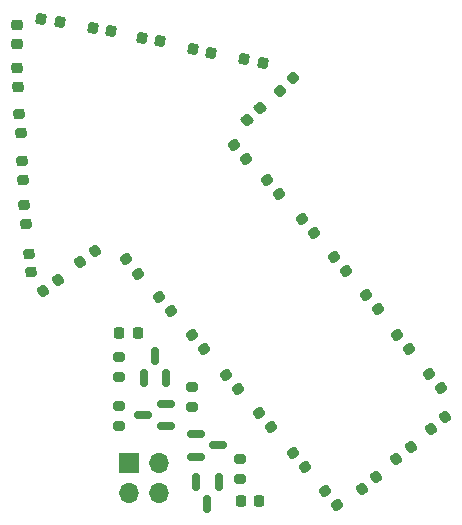
<source format=gbr>
%TF.GenerationSoftware,KiCad,Pcbnew,8.0.5*%
%TF.CreationDate,2024-10-10T15:52:27-04:00*%
%TF.ProjectId,MovieMarqueeSAO,4d6f7669-654d-4617-9271-75656553414f,rev?*%
%TF.SameCoordinates,Original*%
%TF.FileFunction,Soldermask,Top*%
%TF.FilePolarity,Negative*%
%FSLAX46Y46*%
G04 Gerber Fmt 4.6, Leading zero omitted, Abs format (unit mm)*
G04 Created by KiCad (PCBNEW 8.0.5) date 2024-10-10 15:52:27*
%MOMM*%
%LPD*%
G01*
G04 APERTURE LIST*
G04 Aperture macros list*
%AMRoundRect*
0 Rectangle with rounded corners*
0 $1 Rounding radius*
0 $2 $3 $4 $5 $6 $7 $8 $9 X,Y pos of 4 corners*
0 Add a 4 corners polygon primitive as box body*
4,1,4,$2,$3,$4,$5,$6,$7,$8,$9,$2,$3,0*
0 Add four circle primitives for the rounded corners*
1,1,$1+$1,$2,$3*
1,1,$1+$1,$4,$5*
1,1,$1+$1,$6,$7*
1,1,$1+$1,$8,$9*
0 Add four rect primitives between the rounded corners*
20,1,$1+$1,$2,$3,$4,$5,0*
20,1,$1+$1,$4,$5,$6,$7,0*
20,1,$1+$1,$6,$7,$8,$9,0*
20,1,$1+$1,$8,$9,$2,$3,0*%
G04 Aperture macros list end*
%ADD10O,1.700000X1.700000*%
%ADD11R,1.700000X1.700000*%
%ADD12RoundRect,0.218750X-0.002858X-0.336909X0.332287X-0.055689X0.002858X0.336909X-0.332287X0.055689X0*%
%ADD13RoundRect,0.218750X0.002858X0.336909X-0.332287X0.055689X-0.002858X-0.336909X0.332287X-0.055689X0*%
%ADD14RoundRect,0.218750X-0.336909X0.002858X-0.055689X-0.332287X0.336909X-0.002858X0.055689X0.332287X0*%
%ADD15RoundRect,0.200000X0.275000X-0.200000X0.275000X0.200000X-0.275000X0.200000X-0.275000X-0.200000X0*%
%ADD16RoundRect,0.200000X-0.275000X0.200000X-0.275000X-0.200000X0.275000X-0.200000X0.275000X0.200000X0*%
%ADD17RoundRect,0.150000X-0.150000X0.587500X-0.150000X-0.587500X0.150000X-0.587500X0.150000X0.587500X0*%
%ADD18RoundRect,0.150000X-0.587500X-0.150000X0.587500X-0.150000X0.587500X0.150000X-0.587500X0.150000X0*%
%ADD19RoundRect,0.150000X0.587500X0.150000X-0.587500X0.150000X-0.587500X-0.150000X0.587500X-0.150000X0*%
%ADD20RoundRect,0.218750X0.336909X-0.002858X0.055689X0.332287X-0.336909X0.002858X-0.055689X-0.332287X0*%
%ADD21RoundRect,0.218750X0.008902X-0.336803X0.334028X-0.044059X-0.008902X0.336803X-0.334028X0.044059X0*%
%ADD22RoundRect,0.218750X-0.026517X0.335876X-0.335876X0.026517X0.026517X-0.335876X0.335876X-0.026517X0*%
%ADD23RoundRect,0.218750X0.263626X0.209802X-0.165836X0.293281X-0.263626X-0.209802X0.165836X-0.293281X0*%
%ADD24RoundRect,0.218750X-0.263626X-0.209802X0.165836X-0.293281X0.263626X0.209802X-0.165836X0.293281X0*%
%ADD25RoundRect,0.218750X0.259924X0.214371X-0.170929X0.290343X-0.259924X-0.214371X0.170929X-0.290343X0*%
%ADD26RoundRect,0.218750X-0.259924X-0.214371X0.170929X-0.290343X0.259924X0.214371X-0.170929X0.290343X0*%
%ADD27RoundRect,0.218750X0.252393X-0.223189X0.260029X0.214245X-0.252393X0.223189X-0.260029X-0.214245X0*%
%ADD28RoundRect,0.218750X-0.267347X0.205039X-0.244450X-0.231861X0.267347X-0.205039X0.244450X0.231861X0*%
%ADD29RoundRect,0.218750X0.270885X-0.200342X0.240367X0.236092X-0.270885X0.200342X-0.240367X-0.236092X0*%
%ADD30RoundRect,0.218750X-0.270885X0.200342X-0.240367X-0.236092X0.270885X-0.200342X0.240367X0.236092X0*%
%ADD31RoundRect,0.218750X-0.280999X0.185890X-0.227681X-0.248348X0.280999X-0.185890X0.227681X0.248348X0*%
%ADD32RoundRect,0.218750X0.026352X0.335889X-0.327592X0.078733X-0.026352X-0.335889X0.327592X-0.078733X0*%
%ADD33RoundRect,0.218750X-0.020486X-0.336297X0.328917X-0.073003X0.020486X0.336297X-0.328917X0.073003X0*%
%ADD34RoundRect,0.225000X-0.225000X-0.250000X0.225000X-0.250000X0.225000X0.250000X-0.225000X0.250000X0*%
%ADD35RoundRect,0.225000X0.225000X0.250000X-0.225000X0.250000X-0.225000X-0.250000X0.225000X-0.250000X0*%
%ADD36RoundRect,0.150000X0.150000X-0.587500X0.150000X0.587500X-0.150000X0.587500X-0.150000X-0.587500X0*%
G04 APERTURE END LIST*
D10*
%TO.C,J1*%
X139800000Y-116700000D03*
X137260000Y-116700000D03*
X139800000Y-114160000D03*
D11*
X137260000Y-114160000D03*
%TD*%
D12*
%TO.C,D32*%
X158200000Y-115300000D03*
X156993482Y-116312390D03*
%TD*%
D13*
%TO.C,D31*%
X161103259Y-112793805D03*
X159896741Y-113806195D03*
%TD*%
D12*
%TO.C,D30*%
X162800000Y-111300000D03*
X164006518Y-110287610D03*
%TD*%
D14*
%TO.C,D29*%
X162687610Y-106593482D03*
X163700000Y-107800000D03*
%TD*%
D15*
%TO.C,R4*%
X136400000Y-106850000D03*
X136400000Y-105200000D03*
%TD*%
D16*
%TO.C,R3*%
X142600000Y-107750000D03*
X142600000Y-109400000D03*
%TD*%
%TO.C,R2*%
X136400000Y-109350000D03*
X136400000Y-111000000D03*
%TD*%
D15*
%TO.C,R1*%
X146700000Y-115500000D03*
X146700000Y-113850000D03*
%TD*%
D17*
%TO.C,Q4*%
X143900000Y-117600000D03*
X142950000Y-115725000D03*
X144850000Y-115725000D03*
%TD*%
D18*
%TO.C,Q2*%
X142925000Y-111700000D03*
X142925000Y-113600000D03*
X144800000Y-112650000D03*
%TD*%
D19*
%TO.C,Q1*%
X140362500Y-111037500D03*
X140362500Y-109137500D03*
X138487500Y-110087500D03*
%TD*%
D20*
%TO.C,D28*%
X161000000Y-104500000D03*
X159987610Y-103293482D03*
%TD*%
D14*
%TO.C,D27*%
X157293805Y-99896741D03*
X158306195Y-101103259D03*
%TD*%
D20*
%TO.C,D26*%
X155600000Y-97900000D03*
X154587610Y-96693482D03*
%TD*%
D14*
%TO.C,D25*%
X151887610Y-93493482D03*
X152900000Y-94700000D03*
%TD*%
D20*
%TO.C,D24*%
X150000000Y-91400000D03*
X148987610Y-90193482D03*
%TD*%
D14*
%TO.C,D23*%
X146193805Y-87196741D03*
X147206195Y-88403259D03*
%TD*%
D21*
%TO.C,D22*%
X148385227Y-84073063D03*
X147214773Y-85126937D03*
%TD*%
D22*
%TO.C,D21*%
X151156844Y-81543151D03*
X150043156Y-82656849D03*
%TD*%
D23*
%TO.C,D20*%
X148573031Y-80250262D03*
X147026969Y-79949738D03*
%TD*%
D24*
%TO.C,D19*%
X142653938Y-79099476D03*
X144200000Y-79400000D03*
%TD*%
D25*
%TO.C,D18*%
X139875536Y-78400000D03*
X138324464Y-78126504D03*
%TD*%
D26*
%TO.C,D17*%
X134200000Y-77300000D03*
X135751072Y-77573496D03*
%TD*%
D25*
%TO.C,D16*%
X131400000Y-76800000D03*
X129848926Y-76526504D03*
%TD*%
D27*
%TO.C,D15*%
X127772510Y-78674760D03*
X127800000Y-77100000D03*
%TD*%
D28*
%TO.C,D14*%
X127841214Y-82272840D03*
X127758786Y-80700000D03*
%TD*%
D29*
%TO.C,D13*%
X128100000Y-86171162D03*
X127990134Y-84600000D03*
%TD*%
D30*
%TO.C,D12*%
X128200000Y-88600000D03*
X128309866Y-90171162D03*
%TD*%
D29*
%TO.C,D11*%
X128509866Y-93871162D03*
X128400000Y-92300000D03*
%TD*%
D31*
%TO.C,D10*%
X128995972Y-97981630D03*
X128804028Y-96418370D03*
%TD*%
D32*
%TO.C,D9*%
X131274200Y-98674236D03*
X130000000Y-99600000D03*
%TD*%
D33*
%TO.C,D8*%
X133142152Y-97147860D03*
X134400000Y-96200000D03*
%TD*%
D20*
%TO.C,D7*%
X136993805Y-96896740D03*
X138006195Y-98103260D03*
%TD*%
D14*
%TO.C,D6*%
X139787610Y-100093480D03*
X140800000Y-101300000D03*
%TD*%
D20*
%TO.C,D5*%
X143600000Y-104500000D03*
X142587610Y-103293480D03*
%TD*%
D14*
%TO.C,D4*%
X145487610Y-106693480D03*
X146500000Y-107900000D03*
%TD*%
D20*
%TO.C,D3*%
X149300000Y-111100000D03*
X148287610Y-109893480D03*
%TD*%
D14*
%TO.C,D2*%
X152200000Y-114500000D03*
X151187610Y-113293480D03*
%TD*%
D20*
%TO.C,D1*%
X154906195Y-117703260D03*
X153893805Y-116496740D03*
%TD*%
D34*
%TO.C,C2*%
X148274996Y-117399999D03*
X146725004Y-117400001D03*
%TD*%
D35*
%TO.C,C1*%
X138000000Y-103100000D03*
X136450000Y-103100000D03*
%TD*%
D36*
%TO.C,Q3*%
X138500000Y-106975000D03*
X140400000Y-106975000D03*
X139450000Y-105100000D03*
%TD*%
M02*

</source>
